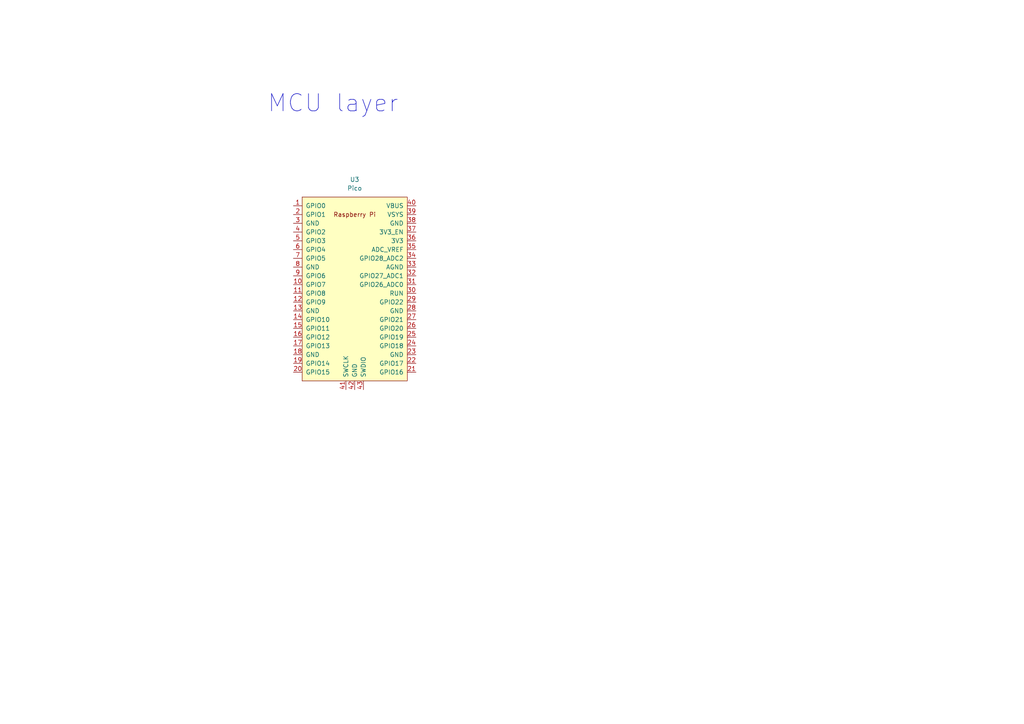
<source format=kicad_sch>
(kicad_sch (version 20230121) (generator eeschema)

  (uuid 09c54cdf-7ee9-4ba4-b633-ea46bb559fc1)

  (paper "A4")

  (lib_symbols
    (symbol "01-FwhitESat-Local_Library:Pico" (pin_names (offset 1.016)) (in_bom yes) (on_board yes)
      (property "Reference" "U" (at -13.97 27.94 0)
        (effects (font (size 1.27 1.27)))
      )
      (property "Value" "Pico" (at 0 19.05 0)
        (effects (font (size 1.27 1.27)))
      )
      (property "Footprint" "RPi_Pico:RPi_Pico_SMD_TH" (at 0 0 90)
        (effects (font (size 1.27 1.27)) hide)
      )
      (property "Datasheet" "" (at 0 0 0)
        (effects (font (size 1.27 1.27)) hide)
      )
      (symbol "Pico_0_0"
        (text "Raspberry Pi" (at 0 21.59 0)
          (effects (font (size 1.27 1.27)))
        )
      )
      (symbol "Pico_0_1"
        (rectangle (start -15.24 26.67) (end 15.24 -26.67)
          (stroke (width 0) (type solid))
          (fill (type background))
        )
      )
      (symbol "Pico_1_1"
        (pin bidirectional line (at -17.78 24.13 0) (length 2.54)
          (name "GPIO0" (effects (font (size 1.27 1.27))))
          (number "1" (effects (font (size 1.27 1.27))))
        )
        (pin bidirectional line (at -17.78 1.27 0) (length 2.54)
          (name "GPIO7" (effects (font (size 1.27 1.27))))
          (number "10" (effects (font (size 1.27 1.27))))
        )
        (pin bidirectional line (at -17.78 -1.27 0) (length 2.54)
          (name "GPIO8" (effects (font (size 1.27 1.27))))
          (number "11" (effects (font (size 1.27 1.27))))
        )
        (pin bidirectional line (at -17.78 -3.81 0) (length 2.54)
          (name "GPIO9" (effects (font (size 1.27 1.27))))
          (number "12" (effects (font (size 1.27 1.27))))
        )
        (pin power_in line (at -17.78 -6.35 0) (length 2.54)
          (name "GND" (effects (font (size 1.27 1.27))))
          (number "13" (effects (font (size 1.27 1.27))))
        )
        (pin bidirectional line (at -17.78 -8.89 0) (length 2.54)
          (name "GPIO10" (effects (font (size 1.27 1.27))))
          (number "14" (effects (font (size 1.27 1.27))))
        )
        (pin bidirectional line (at -17.78 -11.43 0) (length 2.54)
          (name "GPIO11" (effects (font (size 1.27 1.27))))
          (number "15" (effects (font (size 1.27 1.27))))
        )
        (pin bidirectional line (at -17.78 -13.97 0) (length 2.54)
          (name "GPIO12" (effects (font (size 1.27 1.27))))
          (number "16" (effects (font (size 1.27 1.27))))
        )
        (pin bidirectional line (at -17.78 -16.51 0) (length 2.54)
          (name "GPIO13" (effects (font (size 1.27 1.27))))
          (number "17" (effects (font (size 1.27 1.27))))
        )
        (pin power_in line (at -17.78 -19.05 0) (length 2.54)
          (name "GND" (effects (font (size 1.27 1.27))))
          (number "18" (effects (font (size 1.27 1.27))))
        )
        (pin bidirectional line (at -17.78 -21.59 0) (length 2.54)
          (name "GPIO14" (effects (font (size 1.27 1.27))))
          (number "19" (effects (font (size 1.27 1.27))))
        )
        (pin bidirectional line (at -17.78 21.59 0) (length 2.54)
          (name "GPIO1" (effects (font (size 1.27 1.27))))
          (number "2" (effects (font (size 1.27 1.27))))
        )
        (pin bidirectional line (at -17.78 -24.13 0) (length 2.54)
          (name "GPIO15" (effects (font (size 1.27 1.27))))
          (number "20" (effects (font (size 1.27 1.27))))
        )
        (pin bidirectional line (at 17.78 -24.13 180) (length 2.54)
          (name "GPIO16" (effects (font (size 1.27 1.27))))
          (number "21" (effects (font (size 1.27 1.27))))
        )
        (pin bidirectional line (at 17.78 -21.59 180) (length 2.54)
          (name "GPIO17" (effects (font (size 1.27 1.27))))
          (number "22" (effects (font (size 1.27 1.27))))
        )
        (pin power_in line (at 17.78 -19.05 180) (length 2.54)
          (name "GND" (effects (font (size 1.27 1.27))))
          (number "23" (effects (font (size 1.27 1.27))))
        )
        (pin bidirectional line (at 17.78 -16.51 180) (length 2.54)
          (name "GPIO18" (effects (font (size 1.27 1.27))))
          (number "24" (effects (font (size 1.27 1.27))))
        )
        (pin bidirectional line (at 17.78 -13.97 180) (length 2.54)
          (name "GPIO19" (effects (font (size 1.27 1.27))))
          (number "25" (effects (font (size 1.27 1.27))))
        )
        (pin bidirectional line (at 17.78 -11.43 180) (length 2.54)
          (name "GPIO20" (effects (font (size 1.27 1.27))))
          (number "26" (effects (font (size 1.27 1.27))))
        )
        (pin bidirectional line (at 17.78 -8.89 180) (length 2.54)
          (name "GPIO21" (effects (font (size 1.27 1.27))))
          (number "27" (effects (font (size 1.27 1.27))))
        )
        (pin power_in line (at 17.78 -6.35 180) (length 2.54)
          (name "GND" (effects (font (size 1.27 1.27))))
          (number "28" (effects (font (size 1.27 1.27))))
        )
        (pin bidirectional line (at 17.78 -3.81 180) (length 2.54)
          (name "GPIO22" (effects (font (size 1.27 1.27))))
          (number "29" (effects (font (size 1.27 1.27))))
        )
        (pin power_in line (at -17.78 19.05 0) (length 2.54)
          (name "GND" (effects (font (size 1.27 1.27))))
          (number "3" (effects (font (size 1.27 1.27))))
        )
        (pin input line (at 17.78 -1.27 180) (length 2.54)
          (name "RUN" (effects (font (size 1.27 1.27))))
          (number "30" (effects (font (size 1.27 1.27))))
        )
        (pin bidirectional line (at 17.78 1.27 180) (length 2.54)
          (name "GPIO26_ADC0" (effects (font (size 1.27 1.27))))
          (number "31" (effects (font (size 1.27 1.27))))
        )
        (pin bidirectional line (at 17.78 3.81 180) (length 2.54)
          (name "GPIO27_ADC1" (effects (font (size 1.27 1.27))))
          (number "32" (effects (font (size 1.27 1.27))))
        )
        (pin power_in line (at 17.78 6.35 180) (length 2.54)
          (name "AGND" (effects (font (size 1.27 1.27))))
          (number "33" (effects (font (size 1.27 1.27))))
        )
        (pin bidirectional line (at 17.78 8.89 180) (length 2.54)
          (name "GPIO28_ADC2" (effects (font (size 1.27 1.27))))
          (number "34" (effects (font (size 1.27 1.27))))
        )
        (pin unspecified line (at 17.78 11.43 180) (length 2.54)
          (name "ADC_VREF" (effects (font (size 1.27 1.27))))
          (number "35" (effects (font (size 1.27 1.27))))
        )
        (pin unspecified line (at 17.78 13.97 180) (length 2.54)
          (name "3V3" (effects (font (size 1.27 1.27))))
          (number "36" (effects (font (size 1.27 1.27))))
        )
        (pin input line (at 17.78 16.51 180) (length 2.54)
          (name "3V3_EN" (effects (font (size 1.27 1.27))))
          (number "37" (effects (font (size 1.27 1.27))))
        )
        (pin bidirectional line (at 17.78 19.05 180) (length 2.54)
          (name "GND" (effects (font (size 1.27 1.27))))
          (number "38" (effects (font (size 1.27 1.27))))
        )
        (pin unspecified line (at 17.78 21.59 180) (length 2.54)
          (name "VSYS" (effects (font (size 1.27 1.27))))
          (number "39" (effects (font (size 1.27 1.27))))
        )
        (pin bidirectional line (at -17.78 16.51 0) (length 2.54)
          (name "GPIO2" (effects (font (size 1.27 1.27))))
          (number "4" (effects (font (size 1.27 1.27))))
        )
        (pin unspecified line (at 17.78 24.13 180) (length 2.54)
          (name "VBUS" (effects (font (size 1.27 1.27))))
          (number "40" (effects (font (size 1.27 1.27))))
        )
        (pin input line (at -2.54 -29.21 90) (length 2.54)
          (name "SWCLK" (effects (font (size 1.27 1.27))))
          (number "41" (effects (font (size 1.27 1.27))))
        )
        (pin power_in line (at 0 -29.21 90) (length 2.54)
          (name "GND" (effects (font (size 1.27 1.27))))
          (number "42" (effects (font (size 1.27 1.27))))
        )
        (pin bidirectional line (at 2.54 -29.21 90) (length 2.54)
          (name "SWDIO" (effects (font (size 1.27 1.27))))
          (number "43" (effects (font (size 1.27 1.27))))
        )
        (pin bidirectional line (at -17.78 13.97 0) (length 2.54)
          (name "GPIO3" (effects (font (size 1.27 1.27))))
          (number "5" (effects (font (size 1.27 1.27))))
        )
        (pin bidirectional line (at -17.78 11.43 0) (length 2.54)
          (name "GPIO4" (effects (font (size 1.27 1.27))))
          (number "6" (effects (font (size 1.27 1.27))))
        )
        (pin bidirectional line (at -17.78 8.89 0) (length 2.54)
          (name "GPIO5" (effects (font (size 1.27 1.27))))
          (number "7" (effects (font (size 1.27 1.27))))
        )
        (pin power_in line (at -17.78 6.35 0) (length 2.54)
          (name "GND" (effects (font (size 1.27 1.27))))
          (number "8" (effects (font (size 1.27 1.27))))
        )
        (pin bidirectional line (at -17.78 3.81 0) (length 2.54)
          (name "GPIO6" (effects (font (size 1.27 1.27))))
          (number "9" (effects (font (size 1.27 1.27))))
        )
      )
    )
  )


  (text "MCU layer" (at 77.47 33.02 0)
    (effects (font (size 5 5)) (justify left bottom))
    (uuid e2dc6c21-a05a-48e4-a236-3449234cf069)
  )

  (symbol (lib_id "01-FwhitESat-Local_Library:Pico") (at 102.87 83.82 0) (unit 1)
    (in_bom yes) (on_board yes) (dnp no) (fields_autoplaced)
    (uuid 8475a224-0477-4612-9e68-c08a2dfa9049)
    (property "Reference" "U3" (at 102.87 52.07 0)
      (effects (font (size 1.27 1.27)))
    )
    (property "Value" "Pico" (at 102.87 54.61 0)
      (effects (font (size 1.27 1.27)))
    )
    (property "Footprint" "RPi_Pico:RPi_Pico_SMD_TH" (at 102.87 83.82 90)
      (effects (font (size 1.27 1.27)) hide)
    )
    (property "Datasheet" "" (at 102.87 83.82 0)
      (effects (font (size 1.27 1.27)) hide)
    )
    (pin "22" (uuid 387aaf7d-4895-4aa3-bfd7-0d98be6aa5ef))
    (pin "32" (uuid c997ec13-cd47-4359-a076-29e6bb3b9c5d))
    (pin "25" (uuid a4bb6885-f5b9-4ec2-be80-e6bcf8f214be))
    (pin "30" (uuid dc844af4-c791-4644-91ae-a8de60d35422))
    (pin "37" (uuid c9533dd6-129b-4a5a-a490-e68aa766302f))
    (pin "9" (uuid 7d1d1fef-2b87-4a82-82e6-7c159251a188))
    (pin "5" (uuid 9a0bfd71-4813-4625-bdc8-a57192ae43e9))
    (pin "18" (uuid 4c573b09-aa1d-451c-ab63-027e36ec36e2))
    (pin "33" (uuid eed47772-f489-4551-aa12-7f67e27d61c5))
    (pin "11" (uuid 2943bb47-cf48-44ba-ac13-839010e7f924))
    (pin "23" (uuid 61657f0d-82f6-4f05-a73c-4c6d7e1ce544))
    (pin "28" (uuid ef8c3cf0-006a-4030-90a1-7647fdf53c69))
    (pin "35" (uuid b1ccdad1-f3c1-4092-bd0d-ebb936f19c50))
    (pin "4" (uuid a468d684-f805-42f5-8144-dedfecb909da))
    (pin "39" (uuid 8c390f3c-66ab-4341-a171-9c00acfa8d83))
    (pin "36" (uuid ffeeac89-007c-4d03-bb47-1b81ef1acafe))
    (pin "2" (uuid 6a09ebfe-97e5-4611-b675-b7b98cf3d984))
    (pin "29" (uuid d60a6a9c-0b52-4ae5-9667-b0747d52b400))
    (pin "7" (uuid f6694d51-b054-4af4-9c25-9549ce20f527))
    (pin "1" (uuid 7c47d58d-c79b-4356-874b-bfd4d8d92438))
    (pin "8" (uuid a2d14a1b-6510-4090-b698-8eedddd35901))
    (pin "43" (uuid c50be375-231e-4bc9-8ef1-7e381ea74bc1))
    (pin "16" (uuid b8ba089b-6a05-4ff8-8e75-9ab12f0a39ca))
    (pin "17" (uuid 815d4b30-b01b-41f2-a104-a047d13de117))
    (pin "27" (uuid 200dfccc-01b9-4143-a9bb-6c0c97322020))
    (pin "13" (uuid ea7c5b5f-00e8-4a26-b1b6-671d4bb912a4))
    (pin "38" (uuid b9544621-be87-462c-90aa-6cad4664f9c4))
    (pin "26" (uuid 726572f2-9f43-49a3-8139-3447a3afe29c))
    (pin "6" (uuid ea1f7d38-e27b-499b-8f5a-873eb88a758f))
    (pin "12" (uuid 38cd3d42-7e6d-43ca-b705-8d25e9e60d52))
    (pin "3" (uuid e52cf444-a432-44eb-b4e7-381b4374184f))
    (pin "31" (uuid 10d6e72e-22e0-4ce0-8138-e3da1a2e6b4c))
    (pin "14" (uuid b31b07c2-4956-4ad3-b468-44b0a0ccba76))
    (pin "19" (uuid d7662ffb-f620-4f68-bcd3-42b7e3bacf0d))
    (pin "21" (uuid 14dba4c3-5944-4b67-8f84-7e9d9ffa2771))
    (pin "40" (uuid 9d6e5265-19c6-420c-9c1f-1801da41444a))
    (pin "15" (uuid 4cce7deb-318f-4114-b52b-854ad09e1ed5))
    (pin "24" (uuid cb315d5f-60a2-49db-a59f-7c353a51b3e2))
    (pin "20" (uuid 4c402f98-79ce-4801-9e69-57396540e6c4))
    (pin "34" (uuid 2578e9ec-127a-4841-8656-8c2f30947b86))
    (pin "42" (uuid dcec6aba-6297-4f79-ab41-463ab0986de4))
    (pin "41" (uuid fb822090-3973-4e36-bf18-fb0f23bd1737))
    (pin "10" (uuid 6d319fc8-b382-444b-9ee6-1c6f1b0c783e))
    (instances
      (project "FwhitESat-PCB"
        (path "/78ea2883-2db0-4d81-80e1-b63c1c2056ac"
          (reference "U3") (unit 1)
        )
        (path "/78ea2883-2db0-4d81-80e1-b63c1c2056ac/f4665424-10ff-4a9f-9002-a506404d9567"
          (reference "U1") (unit 1)
        )
      )
    )
  )
)

</source>
